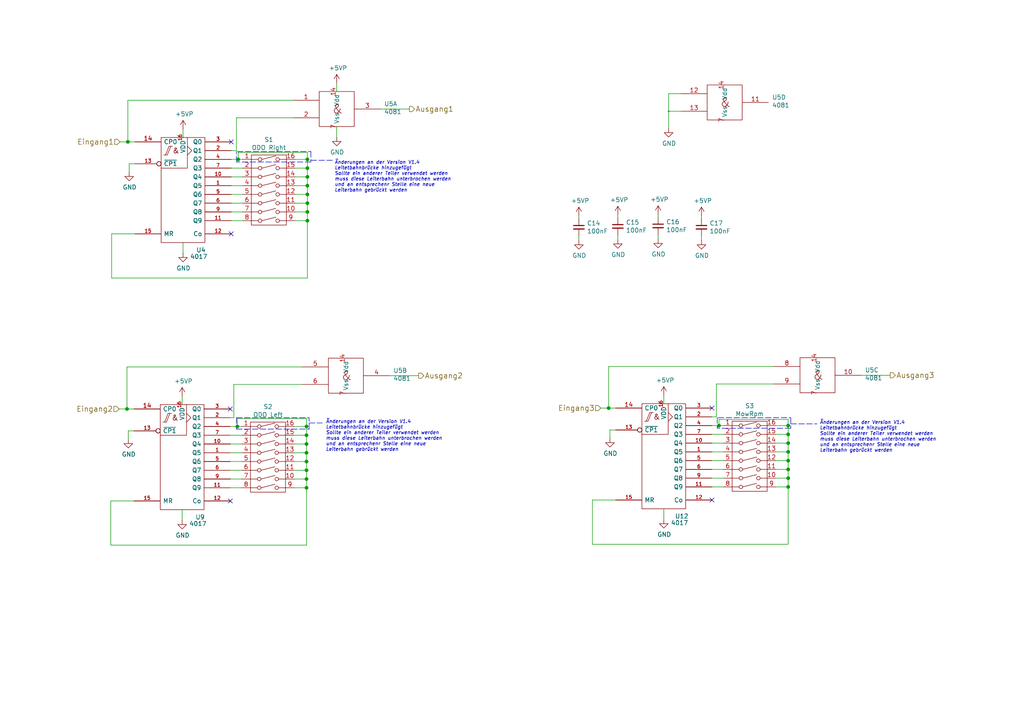
<source format=kicad_sch>
(kicad_sch (version 20210406) (generator eeschema)
  (paper "A4")
  (title_block (title "Ardumower shield SVN Version") (date "2021-01-18") (rev "1.4") (company "ML AG JL BS UZ") (comment 1 "Schaltplan und Layout UweZ"))
  (lib_symbols
    (symbol "ardumower-mega-shield-svn-rescue:+5VP-RESCUE-ardumower_mega_shield_svn" (power) (pin_names (offset 0))
      (property "Value" "+5VP-RESCUE-ardumower_mega_shield_svn" (at 0 3.556 0))
      (symbol "+5VP-RESCUE-ardumower_mega_shield_svn_0_1"
        (polyline (pts (xy -0.762 1.27) (xy 0 2.54)))
        (polyline (pts (xy 0 0) (xy 0 2.54)))
        (polyline (pts (xy 0 2.54) (xy 0.762 1.27)))
      )
      (symbol "+5VP-RESCUE-ardumower_mega_shield_svn_1_1"
        (pin power_in line (at 0 0 90) (length 0) hide (name "+5VP") (number "1"))
      )
    )
    (symbol "ardumower-mega-shield-svn-rescue:4017-RESCUE-ardumower_mega_shield_svn" (pin_names (offset 0.762))
      (property "Reference" "U" (at 7.62 16.51 0))
      (property "Value" "4017-RESCUE-ardumower_mega_shield_svn" (at 10.16 -16.51 0))
      (symbol "4017-RESCUE-ardumower_mega_shield_svn_0_0"
        (text "&" (at -2.032 11.43 0) (effects (font (size 1.524 1.524))))
        (polyline (pts (xy -5.588 10.16) (xy -4.572 10.16) (xy -3.556 12.7) (xy -3.048 12.7) (xy -4.064 12.7) (xy -5.08 10.16) (xy -5.08 10.16)))
        (pin power_in line (at 0 15.24 270) (length 0) (name "VDD") (number "16"))
        (pin power_in line (at 0 -15.24 90) (length 0) hide (name "VSS") (number "8"))
      )
      (symbol "4017-RESCUE-ardumower_mega_shield_svn_0_1"
        (rectangle (start -6.35 15.24) (end 6.35 -15.24))
        (polyline (pts (xy 1.27 12.7) (xy 2.54 11.43) (xy 1.27 10.16) (xy 1.27 10.16)))
        (polyline (pts (xy 1.27 15.24) (xy 1.27 6.35) (xy -6.35 6.35) (xy -6.35 6.35)))
      )
      (symbol "4017-RESCUE-ardumower_mega_shield_svn_1_1"
        (pin output line (at 13.97 1.27 180) (length 7.62) (name "Q5") (number "1"))
        (pin output line (at 13.97 3.81 180) (length 7.62) (name "Q4") (number "10"))
        (pin output line (at 13.97 -8.89 180) (length 7.62) (name "Q9") (number "11"))
        (pin output line (at 13.97 -12.7 180) (length 7.62) (name "Co") (number "12"))
        (pin input inverted (at -13.97 7.62 0) (length 7.62) (name "~CP1") (number "13"))
        (pin input line (at -13.97 13.97 0) (length 7.62) (name "CP0") (number "14"))
        (pin input line (at -13.97 -12.7 0) (length 7.62) (name "MR") (number "15"))
        (pin output line (at 13.97 11.43 180) (length 7.62) (name "Q1") (number "2"))
        (pin output line (at 13.97 13.97 180) (length 7.62) (name "Q0") (number "3"))
        (pin output line (at 13.97 8.89 180) (length 7.62) (name "Q2") (number "4"))
        (pin output line (at 13.97 -1.27 180) (length 7.62) (name "Q6") (number "5"))
        (pin output line (at 13.97 -3.81 180) (length 7.62) (name "Q7") (number "6"))
        (pin output line (at 13.97 6.35 180) (length 7.62) (name "Q3") (number "7"))
        (pin output line (at 13.97 -6.35 180) (length 7.62) (name "Q8") (number "9"))
      )
    )
    (symbol "ardumower-mega-shield-svn-rescue:4081-RESCUE-ardumower_mega_shield_svn" (pin_names (offset 0.762))
      (property "Reference" "U" (at 2.54 6.35 0))
      (property "Value" "4081-RESCUE-ardumower_mega_shield_svn" (at 6.35 -6.35 0))
      (symbol "4081-RESCUE-ardumower_mega_shield_svn_0_0"
        (text "&" (at 0.254 0 0) (effects (font (size 2.54 2.54))))
        (rectangle (start -5.08 5.08) (end 5.08 -5.08))
        (pin power_in line (at 0 5.08 270) (length 0) (name "Vdd") (number "14"))
        (pin power_in line (at 0 -5.08 90) (length 0) (name "Vss") (number "7"))
      )
      (symbol "4081-RESCUE-ardumower_mega_shield_svn_1_1"
        (pin input line (at -12.7 2.54 0) (length 7.62) (name "~") (number "1"))
        (pin input line (at -12.7 -2.54 0) (length 7.62) (name "~") (number "2"))
        (pin output line (at 12.7 0 180) (length 7.62) (name "~") (number "3"))
      )
      (symbol "4081-RESCUE-ardumower_mega_shield_svn_2_1"
        (pin output line (at 12.7 0 180) (length 7.62) (name "~") (number "4"))
        (pin input line (at -12.7 2.54 0) (length 7.62) (name "~") (number "5"))
        (pin input line (at -12.7 -2.54 0) (length 7.62) (name "~") (number "6"))
      )
      (symbol "4081-RESCUE-ardumower_mega_shield_svn_3_1"
        (pin output line (at 12.7 0 180) (length 7.62) (name "~") (number "10"))
        (pin input line (at -12.7 2.54 0) (length 7.62) (name "~") (number "8"))
        (pin input line (at -12.7 -2.54 0) (length 7.62) (name "~") (number "9"))
      )
      (symbol "4081-RESCUE-ardumower_mega_shield_svn_4_1"
        (pin output line (at 12.7 0 180) (length 7.62) (name "~") (number "11"))
        (pin input line (at -12.7 2.54 0) (length 7.62) (name "~") (number "12"))
        (pin input line (at -12.7 -2.54 0) (length 7.62) (name "~") (number "13"))
      )
    )
    (symbol "ardumower-mega-shield-svn-rescue:C_Small-RESCUE-ardumower_mega_shield_svn" (pin_numbers hide) (pin_names (offset 0.254) hide)
      (property "Reference" "C" (at 0.254 1.778 0))
      (property "Value" "C_Small-RESCUE-ardumower_mega_shield_svn" (at 0.254 -2.032 0))
      (symbol "C_Small-RESCUE-ardumower_mega_shield_svn_0_1"
        (polyline (pts (xy -1.524 -0.508) (xy 1.524 -0.508)) (stroke (width 0.3302)))
        (polyline (pts (xy -1.524 0.508) (xy 1.524 0.508)) (stroke (width 0.3048)))
      )
      (symbol "C_Small-RESCUE-ardumower_mega_shield_svn_1_1"
        (pin passive line (at 0 2.54 270) (length 2.032) (name "~") (number "1"))
        (pin passive line (at 0 -2.54 90) (length 2.032) (name "~") (number "2"))
      )
    )
    (symbol "ardumower-mega-shield-svn-rescue:GND-RESCUE-ardumower_mega_shield_svn" (power) (pin_names (offset 0))
      (property "Value" "GND-RESCUE-ardumower_mega_shield_svn" (at 0 -3.81 0))
      (symbol "GND-RESCUE-ardumower_mega_shield_svn_0_1"
        (polyline (pts (xy 0 0) (xy 0 -1.27) (xy 1.27 -1.27) (xy 0 -2.54) (xy -1.27 -1.27) (xy 0 -1.27)))
      )
      (symbol "GND-RESCUE-ardumower_mega_shield_svn_1_1"
        (pin power_in line (at 0 0 270) (length 0) hide (name "GND") (number "1"))
      )
    )
    (symbol "ardumower-mega-shield-svn-rescue:SW_DIP_x8-RESCUE-ardumower_mega_shield_svn"
      (property "Reference" "S" (at 0 -11.43 0))
      (property "Value" "SW_DIP_x8-RESCUE-ardumower_mega_shield_svn" (at 0 11.43 0))
      (symbol "SW_DIP_x8-RESCUE-ardumower_mega_shield_svn_0_1"
        (circle (center -2.54 -8.89) (radius 0.508))
        (circle (center -2.54 -6.35) (radius 0.508))
        (circle (center -2.54 -3.81) (radius 0.508))
        (circle (center -2.54 -1.27) (radius 0.508))
        (circle (center -2.54 1.27) (radius 0.508))
        (circle (center -2.54 3.81) (radius 0.508))
        (circle (center -2.54 6.35) (radius 0.508))
        (circle (center -2.54 8.89) (radius 0.508))
        (circle (center 2.54 -8.89) (radius 0.508))
        (circle (center 2.54 -6.35) (radius 0.508))
        (circle (center 2.54 -3.81) (radius 0.508))
        (circle (center 2.54 -1.27) (radius 0.508))
        (circle (center 2.54 1.27) (radius 0.508))
        (circle (center 2.54 3.81) (radius 0.508))
        (circle (center 2.54 6.35) (radius 0.508))
        (circle (center 2.54 8.89) (radius 0.508))
        (rectangle (start -5.08 10.16) (end 5.08 -10.16))
        (polyline (pts (xy -3.048 -8.89) (xy -5.08 -8.89)))
        (polyline (pts (xy -3.048 -6.35) (xy -5.08 -6.35)))
        (polyline (pts (xy -3.048 -3.81) (xy -5.08 -3.81)))
        (polyline (pts (xy -3.048 -1.27) (xy -5.08 -1.27)))
        (polyline (pts (xy -3.048 1.27) (xy -5.08 1.27)))
        (polyline (pts (xy -3.048 3.81) (xy -5.08 3.81)))
        (polyline (pts (xy -3.048 6.35) (xy -5.08 6.35)))
        (polyline (pts (xy -3.048 8.89) (xy -5.08 8.89)))
        (polyline (pts (xy -2.032 -8.89) (xy 2.032 -7.874)))
        (polyline (pts (xy -2.032 -6.35) (xy 2.032 -5.334)))
        (polyline (pts (xy -2.032 -3.81) (xy 2.032 -2.794)))
        (polyline (pts (xy -2.032 -1.27) (xy 2.032 -0.254)))
        (polyline (pts (xy -2.032 1.27) (xy 2.032 2.286)))
        (polyline (pts (xy -2.032 3.81) (xy 2.032 4.826)))
        (polyline (pts (xy -2.032 6.35) (xy 2.032 7.366)))
        (polyline (pts (xy -2.032 8.89) (xy 2.032 9.906)))
        (polyline (pts (xy 3.048 -8.89) (xy 5.08 -8.89)))
        (polyline (pts (xy 3.048 -6.35) (xy 5.08 -6.35)))
        (polyline (pts (xy 3.048 -3.81) (xy 5.08 -3.81)))
        (polyline (pts (xy 3.048 -1.27) (xy 5.08 -1.27)))
        (polyline (pts (xy 3.048 1.27) (xy 5.08 1.27)))
        (polyline (pts (xy 3.048 3.81) (xy 5.08 3.81)))
        (polyline (pts (xy 3.048 6.35) (xy 5.08 6.35)))
        (polyline (pts (xy 3.048 8.89) (xy 5.08 8.89)))
      )
      (symbol "SW_DIP_x8-RESCUE-ardumower_mega_shield_svn_1_1"
        (pin passive line (at -7.62 8.89 0) (length 2.54) (name "~") (number "1"))
        (pin passive line (at 7.62 -6.35 180) (length 2.54) (name "~") (number "10"))
        (pin passive line (at 7.62 -3.81 180) (length 2.54) (name "~") (number "11"))
        (pin passive line (at 7.62 -1.27 180) (length 2.54) (name "~") (number "12"))
        (pin passive line (at 7.62 1.27 180) (length 2.54) (name "~") (number "13"))
        (pin passive line (at 7.62 3.81 180) (length 2.54) (name "~") (number "14"))
        (pin passive line (at 7.62 6.35 180) (length 2.54) (name "~") (number "15"))
        (pin passive line (at 7.62 8.89 180) (length 2.54) (name "~") (number "16"))
        (pin passive line (at -7.62 6.35 0) (length 2.54) (name "~") (number "2"))
        (pin passive line (at -7.62 3.81 0) (length 2.54) (name "~") (number "3"))
        (pin passive line (at -7.62 1.27 0) (length 2.54) (name "~") (number "4"))
        (pin passive line (at -7.62 -1.27 0) (length 2.54) (name "~") (number "5"))
        (pin passive line (at -7.62 -3.81 0) (length 2.54) (name "~") (number "6"))
        (pin passive line (at -7.62 -6.35 0) (length 2.54) (name "~") (number "7"))
        (pin passive line (at -7.62 -8.89 0) (length 2.54) (name "~") (number "8"))
        (pin passive line (at 7.62 -8.89 180) (length 2.54) (name "~") (number "9"))
      )
    )
  )
  (junction (at 36.83 118.618) (diameter 0.9144))
  (junction (at 37.084 41.148) (diameter 0.9144))
  (junction (at 68.834 123.698) (diameter 0.9144))
  (junction (at 69.088 46.228) (diameter 0.9144))
  (junction (at 88.9 123.698) (diameter 0.9144))
  (junction (at 88.9 126.238) (diameter 0.9144))
  (junction (at 88.9 128.778) (diameter 0.9144))
  (junction (at 88.9 131.318) (diameter 0.9144))
  (junction (at 88.9 133.858) (diameter 0.9144))
  (junction (at 88.9 136.398) (diameter 0.9144))
  (junction (at 88.9 138.938) (diameter 0.9144))
  (junction (at 88.9 141.478) (diameter 0.9144))
  (junction (at 89.154 46.228) (diameter 0.9144))
  (junction (at 89.154 48.768) (diameter 0.9144))
  (junction (at 89.154 51.308) (diameter 0.9144))
  (junction (at 89.154 53.848) (diameter 0.9144))
  (junction (at 89.154 56.388) (diameter 0.9144))
  (junction (at 89.154 58.928) (diameter 0.9144))
  (junction (at 89.154 61.468) (diameter 0.9144))
  (junction (at 89.154 64.008) (diameter 0.9144))
  (junction (at 176.53 118.364) (diameter 0.9144))
  (junction (at 193.929 32.258) (diameter 0.3048))
  (junction (at 208.534 123.444) (diameter 0.9144))
  (junction (at 228.6 123.444) (diameter 0.9144))
  (junction (at 228.6 125.984) (diameter 0.9144))
  (junction (at 228.6 128.524) (diameter 0.9144))
  (junction (at 228.6 131.064) (diameter 0.9144))
  (junction (at 228.6 133.604) (diameter 0.9144))
  (junction (at 228.6 136.144) (diameter 0.9144))
  (junction (at 228.6 138.684) (diameter 0.9144))
  (junction (at 228.6 141.224) (diameter 0.9144))
  (no_connect (at 66.802 118.618))
  (no_connect (at 66.802 145.288))
  (no_connect (at 67.056 41.148))
  (no_connect (at 67.056 67.818))
  (no_connect (at 206.502 118.364))
  (no_connect (at 206.502 145.034))
  (wire (pts (xy 32.131 145.288) (xy 38.862 145.288)))
  (wire (pts (xy 32.131 158.115) (xy 32.131 145.288)))
  (wire (pts (xy 32.385 67.818) (xy 39.116 67.818)))
  (wire (pts (xy 32.385 80.645) (xy 32.385 67.818)))
  (wire (pts (xy 34.544 118.618) (xy 36.83 118.618)))
  (wire (pts (xy 34.798 41.148) (xy 37.084 41.148)))
  (wire (pts (xy 36.83 106.426) (xy 36.83 118.618)))
  (wire (pts (xy 36.83 118.618) (xy 38.862 118.618)))
  (wire (pts (xy 37.084 29.083) (xy 37.084 41.148)))
  (wire (pts (xy 37.084 41.148) (xy 39.116 41.148)))
  (wire (pts (xy 37.211 124.968) (xy 38.862 124.968)))
  (wire (pts (xy 37.211 127.381) (xy 37.211 124.968)))
  (wire (pts (xy 37.465 47.498) (xy 39.116 47.498)))
  (wire (pts (xy 37.465 49.911) (xy 37.465 47.498)))
  (wire (pts (xy 52.832 117.348) (xy 52.832 114.935)))
  (wire (pts (xy 52.832 150.876) (xy 52.832 147.828)))
  (wire (pts (xy 53.086 39.878) (xy 53.086 37.465)))
  (wire (pts (xy 53.086 73.406) (xy 53.086 70.358)))
  (wire (pts (xy 66.802 121.158) (xy 67.818 121.158)))
  (wire (pts (xy 66.802 123.698) (xy 68.834 123.698)))
  (wire (pts (xy 66.802 126.238) (xy 70.104 126.238)))
  (wire (pts (xy 66.802 128.778) (xy 70.104 128.778)))
  (wire (pts (xy 66.802 131.318) (xy 70.104 131.318)))
  (wire (pts (xy 66.802 133.858) (xy 70.104 133.858)))
  (wire (pts (xy 66.802 136.398) (xy 70.104 136.398)))
  (wire (pts (xy 66.802 138.938) (xy 70.104 138.938)))
  (wire (pts (xy 66.802 141.478) (xy 70.104 141.478)))
  (wire (pts (xy 67.056 46.228) (xy 69.088 46.228)))
  (wire (pts (xy 67.056 48.768) (xy 70.358 48.768)))
  (wire (pts (xy 67.056 51.308) (xy 70.358 51.308)))
  (wire (pts (xy 67.056 53.848) (xy 70.358 53.848)))
  (wire (pts (xy 67.056 56.388) (xy 70.358 56.388)))
  (wire (pts (xy 67.056 58.928) (xy 70.358 58.928)))
  (wire (pts (xy 67.056 61.468) (xy 70.358 61.468)))
  (wire (pts (xy 67.056 64.008) (xy 70.358 64.008)))
  (wire (pts (xy 67.818 111.506) (xy 67.818 121.158)))
  (wire (pts (xy 67.818 111.506) (xy 87.63 111.506)))
  (wire (pts (xy 68.58 34.163) (xy 68.58 43.688)))
  (wire (pts (xy 68.58 43.688) (xy 67.056 43.688)))
  (wire (pts (xy 68.834 121.412) (xy 88.9 121.412)))
  (wire (pts (xy 68.834 123.698) (xy 68.834 121.412)))
  (wire (pts (xy 68.834 123.698) (xy 70.104 123.698)))
  (wire (pts (xy 69.088 44.196) (xy 89.154 44.196)))
  (wire (pts (xy 69.088 46.228) (xy 69.088 44.196)))
  (wire (pts (xy 69.088 46.228) (xy 70.358 46.228)))
  (wire (pts (xy 84.963 29.083) (xy 37.084 29.083)))
  (wire (pts (xy 84.963 34.163) (xy 68.58 34.163)))
  (wire (pts (xy 85.344 123.698) (xy 88.9 123.698)))
  (wire (pts (xy 85.344 126.238) (xy 88.9 126.238)))
  (wire (pts (xy 85.344 128.778) (xy 88.9 128.778)))
  (wire (pts (xy 85.344 131.318) (xy 88.9 131.318)))
  (wire (pts (xy 85.344 133.858) (xy 88.9 133.858)))
  (wire (pts (xy 85.344 136.398) (xy 88.9 136.398)))
  (wire (pts (xy 85.344 138.938) (xy 88.9 138.938)))
  (wire (pts (xy 85.344 141.478) (xy 88.9 141.478)))
  (wire (pts (xy 85.598 48.768) (xy 89.154 48.768)))
  (wire (pts (xy 85.598 51.308) (xy 89.154 51.308)))
  (wire (pts (xy 85.598 53.848) (xy 89.154 53.848)))
  (wire (pts (xy 85.598 56.388) (xy 89.154 56.388)))
  (wire (pts (xy 85.598 58.928) (xy 89.154 58.928)))
  (wire (pts (xy 85.598 61.468) (xy 89.154 61.468)))
  (wire (pts (xy 85.598 64.008) (xy 89.154 64.008)))
  (wire (pts (xy 87.63 106.426) (xy 36.83 106.426)))
  (wire (pts (xy 88.9 121.412) (xy 88.9 123.698)))
  (wire (pts (xy 88.9 123.698) (xy 88.9 126.238)))
  (wire (pts (xy 88.9 126.238) (xy 88.9 128.778)))
  (wire (pts (xy 88.9 128.778) (xy 88.9 131.318)))
  (wire (pts (xy 88.9 131.318) (xy 88.9 133.858)))
  (wire (pts (xy 88.9 133.858) (xy 88.9 136.398)))
  (wire (pts (xy 88.9 136.398) (xy 88.9 138.938)))
  (wire (pts (xy 88.9 138.938) (xy 88.9 141.478)))
  (wire (pts (xy 88.9 141.478) (xy 88.9 158.115)))
  (wire (pts (xy 88.9 158.115) (xy 32.131 158.115)))
  (wire (pts (xy 89.154 44.196) (xy 89.154 46.228)))
  (wire (pts (xy 89.154 46.228) (xy 85.598 46.228)))
  (wire (pts (xy 89.154 46.228) (xy 89.154 48.768)))
  (wire (pts (xy 89.154 48.768) (xy 89.154 51.308)))
  (wire (pts (xy 89.154 51.308) (xy 89.154 53.848)))
  (wire (pts (xy 89.154 53.848) (xy 89.154 56.388)))
  (wire (pts (xy 89.154 56.388) (xy 89.154 58.928)))
  (wire (pts (xy 89.154 58.928) (xy 89.154 61.468)))
  (wire (pts (xy 89.154 61.468) (xy 89.154 64.008)))
  (wire (pts (xy 89.154 64.008) (xy 89.154 80.645)))
  (wire (pts (xy 89.154 80.645) (xy 32.385 80.645)))
  (wire (pts (xy 97.663 26.543) (xy 97.663 24.13)))
  (wire (pts (xy 97.663 39.751) (xy 97.663 36.703)))
  (wire (pts (xy 110.363 31.623) (xy 118.745 31.623)))
  (wire (pts (xy 113.03 108.966) (xy 121.412 108.966)))
  (wire (pts (xy 167.894 63.373) (xy 167.894 62.611)))
  (wire (pts (xy 167.894 69.723) (xy 167.894 68.453)))
  (wire (pts (xy 171.831 145.034) (xy 178.562 145.034)))
  (wire (pts (xy 171.831 157.861) (xy 171.831 145.034)))
  (wire (pts (xy 174.244 118.364) (xy 176.53 118.364)))
  (wire (pts (xy 176.53 106.299) (xy 176.53 118.364)))
  (wire (pts (xy 176.53 118.364) (xy 178.562 118.364)))
  (wire (pts (xy 176.911 124.714) (xy 178.562 124.714)))
  (wire (pts (xy 176.911 127.127) (xy 176.911 124.714)))
  (wire (pts (xy 179.197 63.119) (xy 179.197 62.357)))
  (wire (pts (xy 179.197 69.469) (xy 179.197 68.199)))
  (wire (pts (xy 190.881 62.992) (xy 190.881 62.23)))
  (wire (pts (xy 190.881 69.342) (xy 190.881 68.072)))
  (wire (pts (xy 192.532 117.094) (xy 192.532 114.681)))
  (wire (pts (xy 192.532 150.622) (xy 192.532 147.574)))
  (wire (pts (xy 193.929 27.178) (xy 193.929 32.258)))
  (wire (pts (xy 193.929 27.178) (xy 197.485 27.178)))
  (wire (pts (xy 193.929 32.258) (xy 193.929 37.211)))
  (wire (pts (xy 197.485 32.258) (xy 193.929 32.258)))
  (wire (pts (xy 203.454 63.373) (xy 203.454 62.611)))
  (wire (pts (xy 203.454 69.723) (xy 203.454 68.453)))
  (wire (pts (xy 206.502 123.444) (xy 208.534 123.444)))
  (wire (pts (xy 206.502 125.984) (xy 209.804 125.984)))
  (wire (pts (xy 206.502 128.524) (xy 209.804 128.524)))
  (wire (pts (xy 206.502 131.064) (xy 209.804 131.064)))
  (wire (pts (xy 206.502 133.604) (xy 209.804 133.604)))
  (wire (pts (xy 206.502 136.144) (xy 209.804 136.144)))
  (wire (pts (xy 206.502 138.684) (xy 209.804 138.684)))
  (wire (pts (xy 206.502 141.224) (xy 209.804 141.224)))
  (wire (pts (xy 207.772 111.379) (xy 224.409 111.379)))
  (wire (pts (xy 207.772 120.904) (xy 206.502 120.904)))
  (wire (pts (xy 207.772 120.904) (xy 207.772 111.379)))
  (wire (pts (xy 208.534 121.666) (xy 228.6 121.666)))
  (wire (pts (xy 208.534 123.444) (xy 208.534 121.666)))
  (wire (pts (xy 208.534 123.444) (xy 209.804 123.444)))
  (wire (pts (xy 224.409 106.299) (xy 176.53 106.299)))
  (wire (pts (xy 225.044 123.444) (xy 228.6 123.444)))
  (wire (pts (xy 225.044 125.984) (xy 228.6 125.984)))
  (wire (pts (xy 225.044 128.524) (xy 228.6 128.524)))
  (wire (pts (xy 225.044 131.064) (xy 228.6 131.064)))
  (wire (pts (xy 225.044 133.604) (xy 228.6 133.604)))
  (wire (pts (xy 225.044 136.144) (xy 228.6 136.144)))
  (wire (pts (xy 225.044 138.684) (xy 228.6 138.684)))
  (wire (pts (xy 225.044 141.224) (xy 228.6 141.224)))
  (wire (pts (xy 228.6 121.666) (xy 228.6 123.444)))
  (wire (pts (xy 228.6 123.444) (xy 228.6 125.984)))
  (wire (pts (xy 228.6 125.984) (xy 228.6 128.524)))
  (wire (pts (xy 228.6 128.524) (xy 228.6 131.064)))
  (wire (pts (xy 228.6 131.064) (xy 228.6 133.604)))
  (wire (pts (xy 228.6 133.604) (xy 228.6 136.144)))
  (wire (pts (xy 228.6 136.144) (xy 228.6 138.684)))
  (wire (pts (xy 228.6 138.684) (xy 228.6 141.224)))
  (wire (pts (xy 228.6 141.224) (xy 228.6 157.861)))
  (wire (pts (xy 228.6 157.861) (xy 171.831 157.861)))
  (wire (pts (xy 249.809 108.839) (xy 258.191 108.839)))
  (polyline (pts (xy 68.58 46.99) (xy 68.58 43.942)) (stroke (width 0) (type dash)))
  (polyline (pts (xy 68.58 121.158) (xy 68.58 124.46)) (stroke (width 0) (type dash)))
  (polyline (pts (xy 68.58 121.158) (xy 89.662 121.158)) (stroke (width 0) (type dash)))
  (polyline (pts (xy 68.58 124.46) (xy 89.662 124.46)) (stroke (width 0) (type dash)))
  (polyline (pts (xy 68.834 43.942) (xy 90.17 43.942)) (stroke (width 0) (type dash)))
  (polyline (pts (xy 89.662 122.682) (xy 93.472 122.682)) (stroke (width 0) (type dash)))
  (polyline (pts (xy 89.662 124.46) (xy 89.662 121.158)) (stroke (width 0) (type dash)))
  (polyline (pts (xy 90.17 43.942) (xy 90.17 46.99)) (stroke (width 0) (type dash)))
  (polyline (pts (xy 90.17 46.482) (xy 96.774 46.482)) (stroke (width 0) (type dash)))
  (polyline (pts (xy 90.17 46.99) (xy 68.58 46.99)) (stroke (width 0) (type dash)))
  (polyline (pts (xy 208.026 121.158) (xy 208.026 124.206)) (stroke (width 0) (type dash)))
  (polyline (pts (xy 208.28 121.158) (xy 229.362 121.158)) (stroke (width 0) (type dash)))
  (polyline (pts (xy 229.362 121.158) (xy 229.362 124.206)) (stroke (width 0) (type dash)))
  (polyline (pts (xy 229.362 122.936) (xy 236.982 122.936)) (stroke (width 0) (type dash)))
  (polyline (pts (xy 229.362 124.206) (xy 208.026 124.206)) (stroke (width 0) (type dash)))
  (image (at -114.935 43.815) (scale 2))
  (text "achte auf die gehäuse formen bei dem teiler\ndie gibt es in zwei ausführungen\n am besten schaust du bei schukat \nwas die haben das bekommen wir dann überall \nwww.schukat.de" (at -116.332 -19.685 0) (effects (font (size 5.0038 5.0038)) (justify left bottom)))
  (text "Änderungen an der Version V1.4\nLeitetbahnbrücke hinzugefügt\nSollte ein anderer Teiler verwendet werden\nmuss diese Leiterbahn unterbrochen werden\nund an entsprechenr Stelle eine neue\nLeiterbahn gebrückt werden" (at 94.488 131.064 0) (effects (font (size 1 1) italic) (justify left bottom)))
  (text "Änderungen an der Version V1.4\nLeitetbahnbrücke hinzugefügt\nSollte ein anderer Teiler verwendet werden\nmuss diese Leiterbahn unterbrochen werden\nund an entsprechenr Stelle eine neue\nLeiterbahn gebrückt werden" (at 97.028 55.88 0) (effects (font (size 1 1) italic) (justify left bottom)))
  (text "Änderungen an der Version V1.4\nLeitetbahnbrücke hinzugefügt\nSollte ein anderer Teiler verwendet werden\nmuss diese Leiterbahn unterbrochen werden\nund an entsprechenr Stelle eine neue\nLeiterbahn gebrückt werden" (at 237.744 131.318 0) (effects (font (size 1 1) italic) (justify left bottom)))
  (text "[22:56:35 | Bearbeitet 22:58:38] Jürgen Lange: @uwe hier der teiler kann noch verfeinert werden und du brauchst die mimik 2x also den 4017 x2 und ein und gatter vom 4081 zusätzlich damit sind dann noch zwei übrig die arbeiten dann als or durch die negative logik timing-probleme werden so vermieden und die signale sin im sync \n[22:59:19] Kurzschuss - Uwe: sekunde diese Schaltung also mal 4\n[23:00:01] Kurzschuss - Uwe: wir haben ja 4 Odemetrie Pins\n[23:00:34] Jürgen Lange: natürlich wie immer die 100nF block nicht vergessen und beachten hinten hast du 5v pegel da muss man also noch was machen............................. ne die schaltung eigentlich nur 2x oder 3 mal wenn du den mäh-motor auch so machen möchtest\n[23:01:44 | Bearbeitet 23:05:06] Jürgen Lange: wir brauchen nur einen pro motor oneway die richtung kann uns wurst sein und vergesse die pullup nicht am eingang die werden trotzdem gebraucht\n[23:01:52 | Bearbeitet 23:02:17] Kurzschuss - Uwe: Also werten wir bei der Odemetrie nicht mehr two way aus sondern nur noch One way?\n[23:02:43] Kurzschuss - Uwe: wir haben ja bei unseren Motoren vor und Rückwärsts\n[23:03:20] Jürgen Lange: das ist ein dekadenzähler schau dir das datenblatt an dann kommst du sicher drauf\n[23:03:47] Kurzschuss - Uwe: okay\n[23:04:16] Jürgen Lange: die richtung kommt von der software wozu sollen wir das auswerten alexander weiß doch wo er hinfährt sind nur unnötige ints\n[23:05:40] Kurzschuss - Uwe: Dann hätten wir wider 2Pins mehr frei :)\n[23:08:58] Kurzschuss - Uwe: braucht der 4017 keine ´5V" (at 319.913 79.375 0) (effects (font (size 1.524 1.524)) (justify left bottom)))
  (hierarchical_label "Eingang2" (shape input) (at 34.544 118.618 180) (effects (font (size 1.524 1.524))))
  (hierarchical_label "Eingang1" (shape input) (at 34.798 41.148 180) (effects (font (size 1.524 1.524))))
  (hierarchical_label "Ausgang1" (shape output) (at 118.745 31.623 0) (effects (font (size 1.524 1.524))))
  (hierarchical_label "Ausgang2" (shape output) (at 121.412 108.966 0) (effects (font (size 1.524 1.524))))
  (hierarchical_label "Eingang3" (shape input) (at 174.244 118.364 180) (effects (font (size 1.524 1.524))))
  (hierarchical_label "Ausgang3" (shape output) (at 258.191 108.839 0) (effects (font (size 1.524 1.524))))
  (symbol (lib_id "ardumower-mega-shield-svn-rescue:+5VP-RESCUE-ardumower_mega_shield_svn") (at 52.832 114.935 0) (unit 1)
    (property "Reference" "#PWR0148" (effects hide))
    (property "Value" "+5VP" (at 53.213 110.5408 0))
  )
  (symbol (lib_id "ardumower-mega-shield-svn-rescue:+5VP-RESCUE-ardumower_mega_shield_svn") (at 53.086 37.465 0) (unit 1)
    (property "Reference" "#PWR0147" (effects hide))
    (property "Value" "+5VP" (at 53.467 33.0708 0))
  )
  (symbol (lib_id "ardumower-mega-shield-svn-rescue:+5VP-RESCUE-ardumower_mega_shield_svn") (at 97.663 24.13 0) (unit 1)
    (property "Reference" "#PWR0146" (effects hide))
    (property "Value" "+5VP" (at 98.044 19.7358 0))
  )
  (symbol (lib_id "ardumower-mega-shield-svn-rescue:+5VP-RESCUE-ardumower_mega_shield_svn") (at 167.894 62.611 0) (unit 1)
    (property "Reference" "#PWR0154" (effects hide))
    (property "Value" "+5VP" (at 168.275 58.2168 0))
  )
  (symbol (lib_id "ardumower-mega-shield-svn-rescue:+5VP-RESCUE-ardumower_mega_shield_svn") (at 179.197 62.357 0) (unit 1)
    (property "Reference" "#PWR0150" (effects hide))
    (property "Value" "+5VP" (at 179.578 57.9628 0))
  )
  (symbol (lib_id "ardumower-mega-shield-svn-rescue:+5VP-RESCUE-ardumower_mega_shield_svn") (at 190.881 62.23 0) (unit 1)
    (property "Reference" "#PWR0152" (effects hide))
    (property "Value" "+5VP" (at 191.262 57.8358 0))
  )
  (symbol (lib_id "ardumower-mega-shield-svn-rescue:+5VP-RESCUE-ardumower_mega_shield_svn") (at 192.532 114.681 0) (unit 1)
    (property "Reference" "#PWR0149" (effects hide))
    (property "Value" "+5VP" (at 192.913 110.2868 0))
  )
  (symbol (lib_id "ardumower-mega-shield-svn-rescue:+5VP-RESCUE-ardumower_mega_shield_svn") (at 203.454 62.611 0) (unit 1)
    (property "Reference" "#PWR0156" (effects hide))
    (property "Value" "+5VP" (at 203.835 58.2168 0))
  )
  (symbol (lib_id "ardumower-mega-shield-svn-rescue:GND-RESCUE-ardumower_mega_shield_svn") (at 37.211 127.381 0) (unit 1)
    (property "Reference" "#PWR0142" (effects hide))
    (property "Value" "GND" (at 37.338 131.7752 0))
  )
  (symbol (lib_id "ardumower-mega-shield-svn-rescue:GND-RESCUE-ardumower_mega_shield_svn") (at 37.465 49.911 0) (unit 1)
    (property "Reference" "#PWR0138" (effects hide))
    (property "Value" "GND" (at 37.592 54.3052 0))
  )
  (symbol (lib_id "ardumower-mega-shield-svn-rescue:GND-RESCUE-ardumower_mega_shield_svn") (at 52.832 150.876 0) (unit 1)
    (property "Reference" "#PWR0143" (effects hide))
    (property "Value" "GND" (at 52.959 155.2702 0))
  )
  (symbol (lib_id "ardumower-mega-shield-svn-rescue:GND-RESCUE-ardumower_mega_shield_svn") (at 53.086 73.406 0) (unit 1)
    (property "Reference" "#PWR0139" (effects hide))
    (property "Value" "GND" (at 53.213 77.8002 0))
  )
  (symbol (lib_id "ardumower-mega-shield-svn-rescue:GND-RESCUE-ardumower_mega_shield_svn") (at 97.663 39.751 0) (unit 1)
    (property "Reference" "#PWR0141" (effects hide))
    (property "Value" "GND" (at 97.79 44.1452 0))
  )
  (symbol (lib_id "ardumower-mega-shield-svn-rescue:GND-RESCUE-ardumower_mega_shield_svn") (at 167.894 69.723 0) (unit 1)
    (property "Reference" "#PWR0155" (effects hide))
    (property "Value" "GND" (at 168.021 74.1172 0))
  )
  (symbol (lib_id "ardumower-mega-shield-svn-rescue:GND-RESCUE-ardumower_mega_shield_svn") (at 176.911 127.127 0) (unit 1)
    (property "Reference" "#PWR0144" (effects hide))
    (property "Value" "GND" (at 177.038 131.5212 0))
  )
  (symbol (lib_id "ardumower-mega-shield-svn-rescue:GND-RESCUE-ardumower_mega_shield_svn") (at 179.197 69.469 0) (unit 1)
    (property "Reference" "#PWR0151" (effects hide))
    (property "Value" "GND" (at 179.324 73.8632 0))
  )
  (symbol (lib_id "ardumower-mega-shield-svn-rescue:GND-RESCUE-ardumower_mega_shield_svn") (at 190.881 69.342 0) (unit 1)
    (property "Reference" "#PWR0153" (effects hide))
    (property "Value" "GND" (at 191.008 73.7362 0))
  )
  (symbol (lib_id "ardumower-mega-shield-svn-rescue:GND-RESCUE-ardumower_mega_shield_svn") (at 192.532 150.622 0) (unit 1)
    (property "Reference" "#PWR0145" (effects hide))
    (property "Value" "GND" (at 192.659 155.0162 0))
  )
  (symbol (lib_id "ardumower-mega-shield-svn-rescue:GND-RESCUE-ardumower_mega_shield_svn") (at 193.929 37.211 0) (unit 1)
    (property "Reference" "#PWR0140" (effects hide))
    (property "Value" "GND" (at 194.056 41.6052 0))
  )
  (symbol (lib_id "ardumower-mega-shield-svn-rescue:GND-RESCUE-ardumower_mega_shield_svn") (at 203.454 69.723 0) (unit 1)
    (property "Reference" "#PWR0157" (effects hide))
    (property "Value" "GND" (at 203.581 74.1172 0))
  )
  (symbol (lib_id "ardumower-mega-shield-svn-rescue:C_Small-RESCUE-ardumower_mega_shield_svn") (at 167.894 65.913 0) (unit 1)
    (property "Reference" "C14" (at 170.2308 64.7446 0) (effects (justify left)))
    (property "Value" "100nF" (at 170.2308 67.056 0) (effects (justify left)))
    (property "Footprint" "Capacitors_SMD:C_0805" (effects hide))
    (property "Gehäuseart" "0805" (effects hide))
    (property "Bestelllink" "https://www.reichelt.de/de/en/mlcc-0805-100nf-100v-10-ft-cap-x7r-0805fcg-100n-p193842.html?GROUPID=8048&SEARCH=0805%2B100nf&&r=1" (effects hide))
    (property "Technische Daten" "X7R 0805FCG 100N MLCC, 0805, 100nF, 100V, 10%, FT-Cap" (effects hide))
    (property "Bestellnummer" "Value" (effects hide))
    (property "JLCPCB LCSC Part" "C49678" (effects hide))
  )
  (symbol (lib_id "ardumower-mega-shield-svn-rescue:C_Small-RESCUE-ardumower_mega_shield_svn") (at 179.197 65.659 0) (unit 1)
    (property "Reference" "C15" (at 181.5338 64.4906 0) (effects (justify left)))
    (property "Value" "100nF" (at 181.5338 66.802 0) (effects (justify left)))
    (property "Footprint" "Capacitors_SMD:C_0805" (effects hide))
    (property "Gehäuseart" "0805" (effects hide))
    (property "Bestelllink" "https://www.reichelt.de/de/en/mlcc-0805-100nf-100v-10-ft-cap-x7r-0805fcg-100n-p193842.html?GROUPID=8048&SEARCH=0805%2B100nf&&r=1" (effects hide))
    (property "Technische Daten" "X7R 0805FCG 100N MLCC, 0805, 100nF, 100V, 10%, FT-Cap" (effects hide))
    (property "Bestellnummer" "Value" (effects hide))
    (property "JLCPCB LCSC Part" "C49678" (effects hide))
  )
  (symbol (lib_id "ardumower-mega-shield-svn-rescue:C_Small-RESCUE-ardumower_mega_shield_svn") (at 190.881 65.532 0) (unit 1)
    (property "Reference" "C16" (at 193.2178 64.3636 0) (effects (justify left)))
    (property "Value" "100nF" (at 193.2178 66.675 0) (effects (justify left)))
    (property "Footprint" "Capacitors_SMD:C_0805" (effects hide))
    (property "Gehäuseart" "0805" (effects hide))
    (property "Bestelllink" "https://www.reichelt.de/de/en/mlcc-0805-100nf-100v-10-ft-cap-x7r-0805fcg-100n-p193842.html?GROUPID=8048&SEARCH=0805%2B100nf&&r=1" (effects hide))
    (property "Technische Daten" "X7R 0805FCG 100N MLCC, 0805, 100nF, 100V, 10%, FT-Cap" (effects hide))
    (property "Bestellnummer" "Value" (effects hide))
    (property "JLCPCB LCSC Part" "C49678" (effects hide))
  )
  (symbol (lib_id "ardumower-mega-shield-svn-rescue:C_Small-RESCUE-ardumower_mega_shield_svn") (at 203.454 65.913 0) (unit 1)
    (property "Reference" "C17" (at 205.7908 64.7446 0) (effects (justify left)))
    (property "Value" "100nF" (at 205.7908 67.056 0) (effects (justify left)))
    (property "Footprint" "Capacitors_SMD:C_0805" (effects hide))
    (property "Gehäuseart" "0805" (effects hide))
    (property "Bestelllink" "https://www.reichelt.de/de/en/mlcc-0805-100nf-100v-10-ft-cap-x7r-0805fcg-100n-p193842.html?GROUPID=8048&SEARCH=0805%2B100nf&&r=1" (effects hide))
    (property "Technische Daten" "X7R 0805FCG 100N MLCC, 0805, 100nF, 100V, 10%, FT-Cap" (effects hide))
    (property "Bestellnummer" "Value" (effects hide))
    (property "JLCPCB LCSC Part" "C49678" (effects hide))
  )
  (symbol (lib_id "ardumower-mega-shield-svn-rescue:4081-RESCUE-ardumower_mega_shield_svn") (at 97.663 31.623 0) (unit 1)
    (property "Reference" "U5" (at 111.4044 30.1244 0) (effects (justify left)))
    (property "Value" "4081" (at 111.4044 32.4358 0) (effects (justify left)))
    (property "Footprint" "40xx:40xx-SO14" (effects hide))
    (property "Gehäuseart" " SO-14 " (effects hide))
    (property "Bestelllink" "https://www.reichelt.de/de/en/chip-ic-smd-4081-p18495.html?GROUPID=2925&SEARCH=4081&&r=1" (effects hide))
    (property "Technische Daten" "Logic IC HCF4081B " (effects hide))
    (property "Bestellnummer" "R: SMD 4081" (effects hide))
    (property "JLCPCB LCSC Part" "C353985" (effects hide))
  )
  (symbol (lib_id "ardumower-mega-shield-svn-rescue:4081-RESCUE-ardumower_mega_shield_svn") (at 100.33 108.966 0) (unit 2)
    (property "Reference" "U5" (at 114.0714 107.4674 0) (effects (justify left)))
    (property "Value" "4081" (at 114.0714 109.7788 0) (effects (justify left)))
    (property "Footprint" "40xx:40xx-SO14" (effects hide))
    (property "Gehäuseart" " SO-14 " (effects hide))
    (property "Bestelllink" "https://www.reichelt.de/de/en/chip-ic-smd-4081-p18495.html?GROUPID=2925&SEARCH=4081&&r=1" (effects hide))
    (property "Technische Daten" "Logic IC HCF4081B " (effects hide))
    (property "Bestellnummer" "R: SMD 4081" (effects hide))
    (property "Funktion" "Logic IC HCF4081B " (effects hide))
    (property "JLCPCB LCSC Part" "C353985" (effects hide))
  )
  (symbol (lib_id "ardumower-mega-shield-svn-rescue:4081-RESCUE-ardumower_mega_shield_svn") (at 210.185 29.718 0) (unit 4)
    (property "Reference" "U5" (at 223.9264 28.2194 0) (effects (justify left)))
    (property "Value" "4081" (at 223.9264 30.5308 0) (effects (justify left)))
    (property "Footprint" "40xx:40xx-SO14" (effects hide))
    (property "Gehäuseart" " SO-14 " (effects hide))
    (property "Bestelllink" "https://www.reichelt.de/de/en/chip-ic-smd-4081-p18495.html?GROUPID=2925&SEARCH=4081&&r=1" (effects hide))
    (property "Technische Daten" "Logic IC HCF4081B " (effects hide))
    (property "Bestellnummer" "R: SMD 4081" (effects hide))
    (property "JLCPCB LCSC Part" "C353985" (effects hide))
  )
  (symbol (lib_id "ardumower-mega-shield-svn-rescue:4081-RESCUE-ardumower_mega_shield_svn") (at 237.109 108.839 0) (unit 3)
    (property "Reference" "U5" (at 250.8504 107.3404 0) (effects (justify left)))
    (property "Value" "4081" (at 250.8504 109.6518 0) (effects (justify left)))
    (property "Footprint" "40xx:40xx-SO14" (effects hide))
    (property "Gehäuseart" " SO-14 " (effects hide))
    (property "Bestelllink" "https://www.reichelt.de/de/en/chip-ic-smd-4081-p18495.html?GROUPID=2925&SEARCH=4081&&r=1" (effects hide))
    (property "Technische Daten" "Logic IC HCF4081B " (effects hide))
    (property "Bestellnummer" "R: SMD 4081" (effects hide))
    (property "JLCPCB LCSC Part" "C353985" (effects hide))
  )
  (symbol (lib_id "ardumower-mega-shield-svn-rescue:SW_DIP_x8-RESCUE-ardumower_mega_shield_svn") (at 77.724 132.588 0) (unit 1)
    (property "Reference" "S2" (at 77.724 117.983 0))
    (property "Value" "ODO Left" (at 77.724 120.2944 0))
    (property "Footprint" "Zimprich:SW_DIP_x8_SMD" (effects hide))
    (property "Bestelllink" "https://www.conrad.de/de/p/apem-ikh0803000-dip-schalter-polzahl-8-1-st-700772.html" (effects hide))
    (property "Bestellnummer" "C: 700772 - YD" (effects hide))
    (property "Funktion" "APEM IKH0803000 DIP-Schalter Polzahl 8" (effects hide))
    (property "Technische Daten" "APEM IKH0803000 DIP-Schalter Polzahl 8" (effects hide))
    (property "Bestücken (Assemble)" "NEIN (NO)" (effects hide))
  )
  (symbol (lib_id "ardumower-mega-shield-svn-rescue:SW_DIP_x8-RESCUE-ardumower_mega_shield_svn") (at 77.978 55.118 0) (unit 1)
    (property "Reference" "S1" (at 77.978 40.513 0))
    (property "Value" "ODO Right" (at 77.978 42.8244 0))
    (property "Footprint" "Zimprich:SW_DIP_x8_SMD" (effects hide))
    (property "Bestelllink" "https://www.conrad.de/de/p/apem-ikh0803000-dip-schalter-polzahl-8-1-st-700772.html" (effects hide))
    (property "Bestellnummer" "C: 700772 - YD" (effects hide))
    (property "Funktion" "APEM IKH0803000 DIP-Schalter Polzahl 8" (effects hide))
    (property "Technische Daten" "APEM IKH0803000 DIP-Schalter Polzahl 8" (effects hide))
    (property "Bestücken (Assemble)" "NEIN (NO)" (effects hide))
  )
  (symbol (lib_id "ardumower-mega-shield-svn-rescue:SW_DIP_x8-RESCUE-ardumower_mega_shield_svn") (at 217.424 132.334 0) (unit 1)
    (property "Reference" "S3" (at 217.424 117.729 0))
    (property "Value" "MowRpm" (at 217.424 120.0404 0))
    (property "Footprint" "Zimprich:SW_DIP_x8_SMD" (effects hide))
    (property "Bestelllink" "https://www.conrad.de/de/p/apem-ikh0803000-dip-schalter-polzahl-8-1-st-700772.html" (effects hide))
    (property "Bestellnummer" "C: 700772 - YD" (effects hide))
    (property "Funktion" "APEM IKH0803000 DIP-Schalter Polzahl 8" (effects hide))
    (property "Technische Daten" "APEM IKH0803000 DIP-Schalter Polzahl 8" (effects hide))
    (property "Bestücken (Assemble)" "NEIN (NO)" (effects hide))
  )
  (symbol (lib_id "ardumower-mega-shield-svn-rescue:4017-RESCUE-ardumower_mega_shield_svn") (at 52.832 132.588 0) (unit 1)
    (property "Reference" "U9" (at 58.039 149.987 0))
    (property "Value" "4017" (at 57.404 151.892 0))
    (property "Footprint" "40xx:40xx-SO16" (effects hide))
    (property "Bestelllink" "https://www.reichelt.de/de/en/chip-ic-cd-4017-smd-4017-p18434.html?GROUPID=2925&SEARCH=4017&&r=1" (effects hide))
    (property "Bestellnummer" "R: SMD 4017" (effects hide))
    (property "Bestücken (Assemble)" "JA (YES)" (effects hide))
    (property "Funktion" "CHIP-IC, CD 4017" (effects hide))
    (property "Gehäuseart" "SO-16 " (effects hide))
    (property "Hersteller" "Value" (effects hide))
    (property "Hersteller Bestellnummer" "Value" (effects hide))
    (property "Reichelt-Bestellnummer" "R: SMD 4017" (effects hide))
    (property "Technische Daten" "CHIP-IC, CD 4017" (effects hide))
    (property "JLCPCB LCSC Part" "C108520" (effects hide))
  )
  (symbol (lib_id "ardumower-mega-shield-svn-rescue:4017-RESCUE-ardumower_mega_shield_svn") (at 53.086 55.118 0) (unit 1)
    (property "Reference" "U4" (at 58.293 72.517 0))
    (property "Value" "4017" (at 57.658 74.422 0))
    (property "Footprint" "40xx:40xx-SO16" (effects hide))
    (property "Gehäuseart" " SO-16 " (effects hide))
    (property "Bestelllink" "https://www.reichelt.de/de/en/chip-ic-cd-4017-smd-4017-p18434.html?GROUPID=2925&SEARCH=4017&&r=1" (effects hide))
    (property "Technische Daten" "CHIP-IC, CD 4017" (effects hide))
    (property "Bestellnummer" "R: SMD 4017" (effects hide))
    (property "Funktion" "CHIP-IC, CD 4017" (effects hide))
    (property "Hersteller" "Value" (effects hide))
    (property "Hersteller Bestellnummer" "Value" (effects hide))
    (property "JLCPCB LCSC Part" "C108520" (effects hide))
  )
  (symbol (lib_id "ardumower-mega-shield-svn-rescue:4017-RESCUE-ardumower_mega_shield_svn") (at 192.532 132.334 0) (unit 1)
    (property "Reference" "U12" (at 197.739 149.733 0))
    (property "Value" "4017" (at 197.104 151.638 0))
    (property "Footprint" "40xx:40xx-SO16" (effects hide))
    (property "Bestelllink" "https://www.reichelt.de/de/en/chip-ic-cd-4017-smd-4017-p18434.html?GROUPID=2925&SEARCH=4017&&r=1" (effects hide))
    (property "Bestellnummer" "R: SMD 4017" (effects hide))
    (property "Bestücken (Assemble)" "JA (YES)" (effects hide))
    (property "Funktion" "CHIP-IC, CD 4017" (effects hide))
    (property "Gehäuseart" "SO-16 " (effects hide))
    (property "Hersteller" "Value" (effects hide))
    (property "Hersteller Bestellnummer" "Value" (effects hide))
    (property "Reichelt-Bestellnummer" "R: SMD 4017" (effects hide))
    (property "Technische Daten" "CHIP-IC, CD 4017" (effects hide))
    (property "JLCPCB LCSC Part" "C108520" (effects hide))
  )
)
</source>
